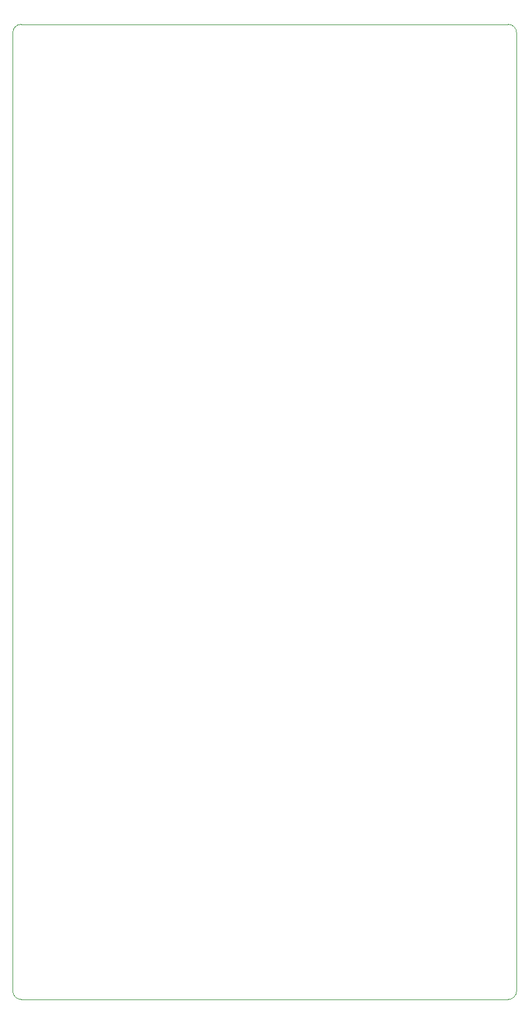
<source format=gbr>
G04 #@! TF.GenerationSoftware,KiCad,Pcbnew,(5.1.5)-3*
G04 #@! TF.CreationDate,2020-11-15T12:52:39-05:00*
G04 #@! TF.ProjectId,MgBoard,4d67426f-6172-4642-9e6b-696361645f70,rev?*
G04 #@! TF.SameCoordinates,PX39a64d0PYa4983b0*
G04 #@! TF.FileFunction,Profile,NP*
%FSLAX46Y46*%
G04 Gerber Fmt 4.6, Leading zero omitted, Abs format (unit mm)*
G04 Created by KiCad (PCBNEW (5.1.5)-3) date 2020-11-15 12:52:39*
%MOMM*%
%LPD*%
G04 APERTURE LIST*
%ADD10C,0.050000*%
G04 APERTURE END LIST*
D10*
X720Y1186130D02*
X720Y136917950D01*
X1191350Y-4500D02*
G75*
G02X720Y1186130I0J1190630D01*
G01*
X70247890Y-4500D02*
X1191350Y-4500D01*
X71438520Y1186130D02*
G75*
G02X70247890Y-4500I-1190630J0D01*
G01*
X71438520Y136917950D02*
X71438520Y1186130D01*
X70247890Y138108580D02*
G75*
G02X71438520Y136917950I0J-1190630D01*
G01*
X1191350Y138108580D02*
X70247890Y138108580D01*
X720Y136917950D02*
G75*
G02X1191350Y138108580I1190630J0D01*
G01*
M02*

</source>
